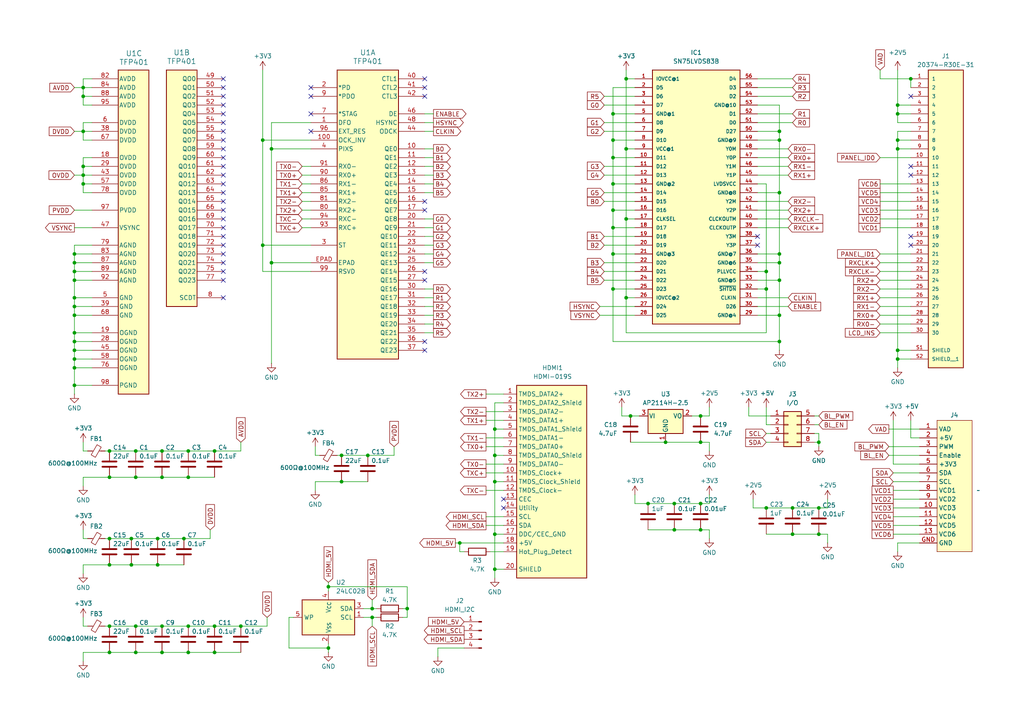
<source format=kicad_sch>
(kicad_sch (version 20231120) (generator "eeschema") (generator_version "8.0")
  (paper "A4")
  (junction (at 237.49 154.94))
  (junction (at 181.61 63.5))
  (junction (at 226.06 76.2))
  (junction (at 62.23 189.23))
  (junction (at 31.75 181.61))
  (junction (at 21.59 106.68))
  (junction (at 195.58 146.05))
  (junction (at 24.13 38.1))
  (junction (at 95.25 170.18))
  (junction (at 39.37 181.61))
  (junction (at 62.23 130.81))
  (junction (at 177.8 53.34))
  (junction (at 177.8 40.64))
  (junction (at 46.99 189.23))
  (junction (at 133.35 157.48))
  (junction (at 222.25 83.82))
  (junction (at 54.61 138.43))
  (junction (at 203.2 120.65))
  (junction (at 24.13 50.8))
  (junction (at 21.59 96.52))
  (junction (at 143.51 132.08))
  (junction (at 39.37 130.81))
  (junction (at 177.8 33.02))
  (junction (at 46.99 138.43))
  (junction (at 177.8 45.72))
  (junction (at 31.75 130.81))
  (junction (at 260.35 101.6))
  (junction (at 237.49 147.32))
  (junction (at 226.06 99.06))
  (junction (at 260.35 43.18))
  (junction (at 21.59 101.6))
  (junction (at 21.59 88.9))
  (junction (at 21.59 111.76))
  (junction (at 24.13 25.4))
  (junction (at 78.74 43.18))
  (junction (at 260.35 30.48))
  (junction (at 107.95 179.07))
  (junction (at 38.1 163.83))
  (junction (at 107.95 176.53))
  (junction (at 31.75 163.83))
  (junction (at 54.61 130.81))
  (junction (at 177.8 83.82))
  (junction (at 260.35 104.14))
  (junction (at 226.06 91.44))
  (junction (at 226.06 81.28))
  (junction (at 78.74 76.2))
  (junction (at 31.75 189.23))
  (junction (at 177.8 60.96))
  (junction (at 21.59 99.06))
  (junction (at 31.75 156.21))
  (junction (at 143.51 165.1))
  (junction (at 143.51 124.46))
  (junction (at 182.88 120.65))
  (junction (at 39.37 189.23))
  (junction (at 45.72 163.83))
  (junction (at 62.23 181.61))
  (junction (at 226.06 40.64))
  (junction (at 21.59 91.44))
  (junction (at 193.04 128.27))
  (junction (at 118.11 176.53))
  (junction (at 229.87 147.32))
  (junction (at 177.8 73.66))
  (junction (at 203.2 128.27))
  (junction (at 203.2 146.05))
  (junction (at 53.34 156.21))
  (junction (at 195.58 153.67))
  (junction (at 21.59 73.66))
  (junction (at 38.1 156.21))
  (junction (at 54.61 189.23))
  (junction (at 21.59 104.14))
  (junction (at 260.35 40.64))
  (junction (at 222.25 147.32))
  (junction (at 21.59 81.28))
  (junction (at 46.99 130.81))
  (junction (at 45.72 156.21))
  (junction (at 21.59 78.74))
  (junction (at 229.87 154.94))
  (junction (at 106.68 132.08))
  (junction (at 39.37 138.43))
  (junction (at 54.61 181.61))
  (junction (at 46.99 181.61))
  (junction (at 177.8 66.04))
  (junction (at 187.96 146.05))
  (junction (at 260.35 33.02))
  (junction (at 76.2 71.12))
  (junction (at 69.85 181.61))
  (junction (at 226.06 73.66))
  (junction (at 181.61 43.18))
  (junction (at 222.25 78.74))
  (junction (at 24.13 53.34))
  (junction (at 181.61 86.36))
  (junction (at 21.59 86.36))
  (junction (at 31.75 138.43))
  (junction (at 143.51 139.7))
  (junction (at 24.13 48.26))
  (junction (at 24.13 27.94))
  (junction (at 21.59 76.2))
  (junction (at 237.49 128.27))
  (junction (at 76.2 40.64))
  (junction (at 99.06 139.7))
  (junction (at 95.25 187.96))
  (junction (at 226.06 38.1))
  (junction (at 99.06 132.08))
  (junction (at 203.2 153.67))
  (junction (at 226.06 55.88))
  (junction (at 143.51 154.94))
  (junction (at 181.61 22.86))
  (junction (at 264.16 22.86))
  (no_connect (at 64.77 68.58))
  (no_connect (at 64.77 27.94))
  (no_connect (at 123.19 60.96))
  (no_connect (at 90.17 27.94))
  (no_connect (at 219.71 68.58))
  (no_connect (at 64.77 63.5))
  (no_connect (at 123.19 101.6))
  (no_connect (at 146.05 147.32))
  (no_connect (at 264.16 68.58))
  (no_connect (at 90.17 38.1))
  (no_connect (at 264.16 27.94))
  (no_connect (at 64.77 66.04))
  (no_connect (at 64.77 53.34))
  (no_connect (at 64.77 22.86))
  (no_connect (at 123.19 22.86))
  (no_connect (at 264.16 50.8))
  (no_connect (at 64.77 48.26))
  (no_connect (at 64.77 50.8))
  (no_connect (at 123.19 99.06))
  (no_connect (at 264.16 71.12))
  (no_connect (at 123.19 27.94))
  (no_connect (at 64.77 25.4))
  (no_connect (at 64.77 45.72))
  (no_connect (at 64.77 33.02))
  (no_connect (at 264.16 48.26))
  (no_connect (at 123.19 25.4))
  (no_connect (at 64.77 38.1))
  (no_connect (at 64.77 73.66))
  (no_connect (at 123.19 58.42))
  (no_connect (at 64.77 86.36))
  (no_connect (at 64.77 76.2))
  (no_connect (at 64.77 40.64))
  (no_connect (at 90.17 25.4))
  (no_connect (at 64.77 60.96))
  (no_connect (at 64.77 35.56))
  (no_connect (at 64.77 81.28))
  (no_connect (at 64.77 71.12))
  (no_connect (at 64.77 30.48))
  (no_connect (at 146.05 144.78))
  (no_connect (at 123.19 81.28))
  (no_connect (at 64.77 78.74))
  (no_connect (at 64.77 55.88))
  (no_connect (at 90.17 33.02))
  (no_connect (at 123.19 78.74))
  (no_connect (at 64.77 58.42))
  (no_connect (at 64.77 43.18))
  (no_connect (at 219.71 71.12))
  (wire (pts (xy 177.8 60.96) (xy 184.15 60.96)))
  (wire (pts (xy 87.63 55.88) (xy 90.17 55.88)))
  (wire (pts (xy 182.88 128.27) (xy 193.04 128.27)))
  (wire (pts (xy 87.63 50.8) (xy 90.17 50.8)))
  (wire (pts (xy 257.81 124.46) (xy 266.7 124.46)))
  (wire (pts (xy 87.63 58.42) (xy 90.17 58.42)))
  (wire (pts (xy 31.75 181.61) (xy 30.48 181.61)))
  (wire (pts (xy 181.61 86.36) (xy 181.61 96.52)))
  (wire (pts (xy 143.51 165.1) (xy 143.51 154.94)))
  (wire (pts (xy 205.74 120.65) (xy 205.74 118.11)))
  (wire (pts (xy 31.75 156.21) (xy 30.48 156.21)))
  (wire (pts (xy 226.06 40.64) (xy 226.06 55.88)))
  (wire (pts (xy 223.52 120.65) (xy 217.17 120.65)))
  (wire (pts (xy 182.88 120.65) (xy 185.42 120.65)))
  (wire (pts (xy 237.49 128.27) (xy 236.22 128.27)))
  (wire (pts (xy 260.35 38.1) (xy 260.35 40.64)))
  (wire (pts (xy 181.61 43.18) (xy 181.61 63.5)))
  (wire (pts (xy 24.13 48.26) (xy 26.67 48.26)))
  (wire (pts (xy 203.2 120.65) (xy 205.74 120.65)))
  (wire (pts (xy 107.95 181.61) (xy 107.95 179.07)))
  (wire (pts (xy 26.67 53.34) (xy 24.13 53.34)))
  (wire (pts (xy 21.59 91.44) (xy 26.67 91.44)))
  (wire (pts (xy 180.34 120.65) (xy 182.88 120.65)))
  (wire (pts (xy 78.74 105.41) (xy 78.74 76.2)))
  (wire (pts (xy 54.61 181.61) (xy 62.23 181.61)))
  (wire (pts (xy 175.26 27.94) (xy 184.15 27.94)))
  (wire (pts (xy 219.71 78.74) (xy 222.25 78.74)))
  (wire (pts (xy 21.59 76.2) (xy 21.59 78.74)))
  (wire (pts (xy 222.25 78.74) (xy 222.25 83.82)))
  (wire (pts (xy 255.27 86.36) (xy 264.16 86.36)))
  (wire (pts (xy 76.2 78.74) (xy 76.2 71.12)))
  (wire (pts (xy 21.59 101.6) (xy 26.67 101.6)))
  (wire (pts (xy 219.71 91.44) (xy 226.06 91.44)))
  (wire (pts (xy 219.71 40.64) (xy 226.06 40.64)))
  (wire (pts (xy 222.25 125.73) (xy 223.52 125.73)))
  (wire (pts (xy 39.37 130.81) (xy 46.99 130.81)))
  (wire (pts (xy 54.61 130.81) (xy 62.23 130.81)))
  (wire (pts (xy 255.27 66.04) (xy 264.16 66.04)))
  (wire (pts (xy 21.59 91.44) (xy 21.59 96.52)))
  (wire (pts (xy 21.59 50.8) (xy 24.13 50.8)))
  (wire (pts (xy 24.13 22.86) (xy 26.67 22.86)))
  (wire (pts (xy 77.47 181.61) (xy 69.85 181.61)))
  (wire (pts (xy 91.44 139.7) (xy 99.06 139.7)))
  (wire (pts (xy 255.27 22.86) (xy 264.16 22.86)))
  (wire (pts (xy 125.73 83.82) (xy 123.19 83.82)))
  (wire (pts (xy 222.25 128.27) (xy 223.52 128.27)))
  (wire (pts (xy 219.71 35.56) (xy 229.87 35.56)))
  (wire (pts (xy 24.13 163.83) (xy 31.75 163.83)))
  (wire (pts (xy 76.2 71.12) (xy 90.17 71.12)))
  (wire (pts (xy 259.08 142.24) (xy 266.7 142.24)))
  (wire (pts (xy 219.71 50.8) (xy 228.6 50.8)))
  (wire (pts (xy 184.15 146.05) (xy 187.96 146.05)))
  (wire (pts (xy 116.84 179.07) (xy 118.11 179.07)))
  (wire (pts (xy 187.96 146.05) (xy 195.58 146.05)))
  (wire (pts (xy 125.73 96.52) (xy 123.19 96.52)))
  (wire (pts (xy 255.27 96.52) (xy 264.16 96.52)))
  (wire (pts (xy 226.06 30.48) (xy 226.06 38.1)))
  (wire (pts (xy 38.1 156.21) (xy 45.72 156.21)))
  (wire (pts (xy 175.26 30.48) (xy 184.15 30.48)))
  (wire (pts (xy 69.85 181.61) (xy 62.23 181.61)))
  (wire (pts (xy 219.71 33.02) (xy 229.87 33.02)))
  (wire (pts (xy 260.35 104.14) (xy 264.16 104.14)))
  (wire (pts (xy 125.73 86.36) (xy 123.19 86.36)))
  (wire (pts (xy 259.08 154.94) (xy 266.7 154.94)))
  (wire (pts (xy 78.74 76.2) (xy 90.17 76.2)))
  (wire (pts (xy 21.59 81.28) (xy 21.59 86.36)))
  (wire (pts (xy 31.75 138.43) (xy 39.37 138.43)))
  (wire (pts (xy 118.11 170.18) (xy 95.25 170.18)))
  (wire (pts (xy 237.49 120.65) (xy 236.22 120.65)))
  (wire (pts (xy 260.35 106.68) (xy 260.35 104.14)))
  (wire (pts (xy 21.59 73.66) (xy 21.59 76.2)))
  (wire (pts (xy 21.59 71.12) (xy 26.67 71.12)))
  (wire (pts (xy 21.59 96.52) (xy 26.67 96.52)))
  (wire (pts (xy 219.71 25.4) (xy 229.87 25.4)))
  (wire (pts (xy 175.26 38.1) (xy 184.15 38.1)))
  (wire (pts (xy 226.06 101.6) (xy 226.06 99.06)))
  (wire (pts (xy 240.03 144.78) (xy 240.03 147.32)))
  (wire (pts (xy 105.41 179.07) (xy 107.95 179.07)))
  (wire (pts (xy 205.74 153.67) (xy 203.2 153.67)))
  (wire (pts (xy 219.71 81.28) (xy 226.06 81.28)))
  (wire (pts (xy 255.27 45.72) (xy 264.16 45.72)))
  (wire (pts (xy 26.67 50.8) (xy 24.13 50.8)))
  (wire (pts (xy 24.13 181.61) (xy 24.13 179.07)))
  (wire (pts (xy 21.59 78.74) (xy 26.67 78.74)))
  (wire (pts (xy 259.08 121.92) (xy 259.08 134.62)))
  (wire (pts (xy 83.82 187.96) (xy 95.25 187.96)))
  (wire (pts (xy 24.13 30.48) (xy 24.13 27.94)))
  (wire (pts (xy 205.74 156.21) (xy 205.74 153.67)))
  (wire (pts (xy 140.97 134.62) (xy 146.05 134.62)))
  (wire (pts (xy 54.61 189.23) (xy 62.23 189.23)))
  (wire (pts (xy 140.97 149.86) (xy 146.05 149.86)))
  (wire (pts (xy 260.35 101.6) (xy 260.35 104.14)))
  (wire (pts (xy 127 187.96) (xy 134.62 187.96)))
  (wire (pts (xy 226.06 76.2) (xy 226.06 81.28)))
  (wire (pts (xy 255.27 63.5) (xy 264.16 63.5)))
  (wire (pts (xy 177.8 73.66) (xy 184.15 73.66)))
  (wire (pts (xy 140.97 137.16) (xy 146.05 137.16)))
  (wire (pts (xy 45.72 156.21) (xy 53.34 156.21)))
  (wire (pts (xy 217.17 120.65) (xy 217.17 118.11)))
  (wire (pts (xy 116.84 176.53) (xy 118.11 176.53)))
  (wire (pts (xy 125.73 76.2) (xy 123.19 76.2)))
  (wire (pts (xy 21.59 25.4) (xy 24.13 25.4)))
  (wire (pts (xy 76.2 40.64) (xy 76.2 20.32)))
  (wire (pts (xy 140.97 129.54) (xy 146.05 129.54)))
  (wire (pts (xy 140.97 142.24) (xy 146.05 142.24)))
  (wire (pts (xy 226.06 55.88) (xy 226.06 73.66)))
  (wire (pts (xy 24.13 35.56) (xy 26.67 35.56)))
  (wire (pts (xy 21.59 104.14) (xy 26.67 104.14)))
  (wire (pts (xy 77.47 179.07) (xy 77.47 181.61)))
  (wire (pts (xy 264.16 33.02) (xy 260.35 33.02)))
  (wire (pts (xy 184.15 146.05) (xy 184.15 143.51)))
  (wire (pts (xy 177.8 25.4) (xy 177.8 33.02)))
  (wire (pts (xy 193.04 128.27) (xy 203.2 128.27)))
  (wire (pts (xy 260.35 20.32) (xy 260.35 30.48)))
  (wire (pts (xy 222.25 147.32) (xy 218.44 147.32)))
  (wire (pts (xy 257.81 132.08) (xy 266.7 132.08)))
  (wire (pts (xy 87.63 53.34) (xy 90.17 53.34)))
  (wire (pts (xy 222.25 53.34) (xy 222.25 78.74)))
  (wire (pts (xy 24.13 45.72) (xy 24.13 48.26)))
  (wire (pts (xy 219.71 30.48) (xy 226.06 30.48)))
  (wire (pts (xy 62.23 130.81) (xy 69.85 130.81)))
  (wire (pts (xy 255.27 53.34) (xy 264.16 53.34)))
  (wire (pts (xy 177.8 99.06) (xy 226.06 99.06)))
  (wire (pts (xy 26.67 40.64) (xy 24.13 40.64)))
  (wire (pts (xy 21.59 60.96) (xy 26.67 60.96)))
  (wire (pts (xy 177.8 83.82) (xy 177.8 99.06)))
  (wire (pts (xy 24.13 156.21) (xy 24.13 153.67)))
  (wire (pts (xy 175.26 78.74) (xy 184.15 78.74)))
  (wire (pts (xy 105.41 176.53) (xy 107.95 176.53)))
  (wire (pts (xy 259.08 137.16) (xy 266.7 137.16)))
  (wire (pts (xy 226.06 38.1) (xy 226.06 40.64)))
  (wire (pts (xy 21.59 88.9) (xy 21.59 91.44)))
  (wire (pts (xy 21.59 38.1) (xy 24.13 38.1)))
  (wire (pts (xy 143.51 167.64) (xy 143.51 165.1)))
  (wire (pts (xy 181.61 63.5) (xy 181.61 86.36)))
  (wire (pts (xy 187.96 153.67) (xy 195.58 153.67)))
  (wire (pts (xy 255.27 20.32) (xy 255.27 22.86)))
  (wire (pts (xy 184.15 25.4) (xy 177.8 25.4)))
  (wire (pts (xy 218.44 147.32) (xy 218.44 144.78)))
  (wire (pts (xy 24.13 189.23) (xy 31.75 189.23)))
  (wire (pts (xy 99.06 132.08) (xy 97.79 132.08)))
  (wire (pts (xy 175.26 58.42) (xy 184.15 58.42)))
  (wire (pts (xy 125.73 73.66) (xy 123.19 73.66)))
  (wire (pts (xy 195.58 146.05) (xy 203.2 146.05)))
  (wire (pts (xy 31.75 130.81) (xy 30.48 130.81)))
  (wire (pts (xy 21.59 76.2) (xy 26.67 76.2)))
  (wire (pts (xy 31.75 163.83) (xy 38.1 163.83)))
  (wire (pts (xy 260.35 40.64) (xy 264.16 40.64)))
  (wire (pts (xy 184.15 33.02) (xy 177.8 33.02)))
  (wire (pts (xy 260.35 30.48) (xy 260.35 33.02)))
  (wire (pts (xy 21.59 96.52) (xy 21.59 99.06)))
  (wire (pts (xy 205.74 143.51) (xy 205.74 146.05)))
  (wire (pts (xy 118.11 176.53) (xy 118.11 179.07)))
  (wire (pts (xy 205.74 146.05) (xy 203.2 146.05)))
  (wire (pts (xy 219.71 76.2) (xy 226.06 76.2)))
  (wire (pts (xy 26.67 30.48) (xy 24.13 30.48)))
  (wire (pts (xy 125.73 66.04) (xy 123.19 66.04)))
  (wire (pts (xy 21.59 101.6) (xy 21.59 104.14)))
  (wire (pts (xy 257.81 129.54) (xy 266.7 129.54)))
  (wire (pts (xy 226.06 73.66) (xy 226.06 76.2)))
  (wire (pts (xy 133.35 157.48) (xy 146.05 157.48)))
  (wire (pts (xy 76.2 40.64) (xy 90.17 40.64)))
  (wire (pts (xy 24.13 50.8) (xy 24.13 48.26)))
  (wire (pts (xy 24.13 40.64) (xy 24.13 38.1)))
  (wire (pts (xy 78.74 35.56) (xy 78.74 43.18)))
  (wire (pts (xy 69.85 130.81) (xy 69.85 128.27)))
  (wire (pts (xy 181.61 20.32) (xy 181.61 22.86)))
  (wire (pts (xy 146.05 139.7) (xy 143.51 139.7)))
  (wire (pts (xy 219.71 58.42) (xy 228.6 58.42)))
  (wire (pts (xy 259.08 134.62) (xy 266.7 134.62)))
  (wire (pts (xy 140.97 152.4) (xy 146.05 152.4)))
  (wire (pts (xy 24.13 55.88) (xy 24.13 53.34)))
  (wire (pts (xy 177.8 40.64) (xy 177.8 45.72)))
  (wire (pts (xy 146.05 154.94) (xy 143.51 154.94)))
  (wire (pts (xy 46.99 130.81) (xy 54.61 130.81)))
  (wire (pts (xy 31.75 156.21) (xy 38.1 156.21)))
  (wire (pts (xy 143.51 154.94) (xy 143.51 139.7)))
  (wire (pts (xy 260.35 157.48) (xy 260.35 160.02)))
  (wire (pts (xy 125.73 93.98) (xy 123.19 93.98)))
  (wire (pts (xy 177.8 73.66) (xy 177.8 83.82)))
  (wire (pts (xy 177.8 66.04) (xy 177.8 73.66)))
  (wire (pts (xy 125.73 35.56) (xy 123.19 35.56)))
  (wire (pts (xy 177.8 45.72) (xy 177.8 53.34)))
  (wire (pts (xy 255.27 81.28) (xy 264.16 81.28)))
  (wire (pts (xy 255.27 76.2) (xy 264.16 76.2)))
  (wire (pts (xy 60.96 153.67) (xy 60.96 156.21)))
  (wire (pts (xy 26.67 45.72) (xy 24.13 45.72)))
  (wire (pts (xy 83.82 179.07) (xy 83.82 187.96)))
  (wire (pts (xy 229.87 154.94) (xy 237.49 154.94)))
  (wire (pts (xy 181.61 22.86) (xy 181.61 43.18)))
  (wire (pts (xy 91.44 142.24) (xy 91.44 139.7)))
  (wire (pts (xy 125.73 63.5) (xy 123.19 63.5)))
  (wire (pts (xy 177.8 40.64) (xy 184.15 40.64)))
  (wire (pts (xy 237.49 129.54) (xy 237.49 128.27)))
  (wire (pts (xy 95.25 168.91) (xy 95.25 170.18)))
  (wire (pts (xy 31.75 181.61) (xy 39.37 181.61)))
  (wire (pts (xy 175.26 81.28) (xy 184.15 81.28)))
  (wire (pts (xy 21.59 78.74) (xy 21.59 81.28)))
  (wire (pts (xy 259.08 149.86) (xy 266.7 149.86)))
  (wire (pts (xy 39.37 189.23) (xy 46.99 189.23)))
  (wire (pts (xy 255.27 78.74) (xy 264.16 78.74)))
  (wire (pts (xy 95.25 170.18) (xy 95.25 171.45)))
  (wire (pts (xy 91.44 132.08) (xy 91.44 129.54)))
  (wire (pts (xy 260.35 30.48) (xy 264.16 30.48)))
  (wire (pts (xy 240.03 154.94) (xy 237.49 154.94)))
  (wire (pts (xy 132.08 157.48) (xy 133.35 157.48)))
  (wire (pts (xy 219.71 27.94) (xy 229.87 27.94)))
  (wire (pts (xy 26.67 27.94) (xy 24.13 27.94)))
  (wire (pts (xy 219.71 45.72) (xy 228.6 45.72)))
  (wire (pts (xy 24.13 25.4) (xy 26.67 25.4)))
  (wire (pts (xy 222.25 154.94) (xy 229.87 154.94)))
  (wire (pts (xy 87.63 63.5) (xy 90.17 63.5)))
  (wire (pts (xy 205.74 128.27) (xy 205.74 130.81)))
  (wire (pts (xy 106.68 132.08) (xy 114.3 132.08)))
  (wire (pts (xy 255.27 58.42) (xy 264.16 58.42)))
  (wire (pts (xy 62.23 189.23) (xy 69.85 189.23)))
  (wire (pts (xy 24.13 27.94) (xy 24.13 25.4)))
  (wire (pts (xy 45.72 163.83) (xy 53.34 163.83)))
  (wire (pts (xy 31.75 189.23) (xy 39.37 189.23)))
  (wire (pts (xy 125.73 45.72) (xy 123.19 45.72)))
  (wire (pts (xy 90.17 35.56) (xy 78.74 35.56)))
  (wire (pts (xy 260.35 43.18) (xy 260.35 101.6)))
  (wire (pts (xy 175.26 48.26) (xy 184.15 48.26)))
  (wire (pts (xy 181.61 63.5) (xy 184.15 63.5)))
  (wire (pts (xy 219.71 55.88) (xy 226.06 55.88)))
  (wire (pts (xy 25.4 181.61) (xy 24.13 181.61)))
  (wire (pts (xy 177.8 60.96) (xy 177.8 66.04)))
  (wire (pts (xy 125.73 38.1) (xy 123.19 38.1)))
  (wire (pts (xy 219.71 43.18) (xy 228.6 43.18)))
  (wire (pts (xy 127 190.5) (xy 127 187.96)))
  (wire (pts (xy 95.25 186.69) (xy 95.25 187.96)))
  (wire (pts (xy 46.99 138.43) (xy 54.61 138.43)))
  (wire (pts (xy 118.11 170.18) (xy 118.11 176.53)))
  (wire (pts (xy 219.71 63.5) (xy 228.6 63.5)))
  (wire (pts (xy 222.25 118.11) (xy 222.25 123.19)))
  (wire (pts (xy 78.74 43.18) (xy 78.74 76.2)))
  (wire (pts (xy 125.73 55.88) (xy 123.19 55.88)))
  (wire (pts (xy 38.1 163.83) (xy 45.72 163.83)))
  (wire (pts (xy 142.24 160.02) (xy 146.05 160.02)))
  (wire (pts (xy 24.13 191.77) (xy 24.13 189.23)))
  (wire (pts (xy 21.59 73.66) (xy 26.67 73.66)))
  (wire (pts (xy 125.73 53.34) (xy 123.19 53.34)))
  (wire (pts (xy 31.75 130.81) (xy 39.37 130.81)))
  (wire (pts (xy 219.71 86.36) (xy 228.6 86.36)))
  (wire (pts (xy 219.71 83.82) (xy 222.25 83.82)))
  (wire (pts (xy 60.96 156.21) (xy 53.34 156.21)))
  (wire (pts (xy 125.73 68.58) (xy 123.19 68.58)))
  (wire (pts (xy 24.13 138.43) (xy 31.75 138.43)))
  (wire (pts (xy 21.59 86.36) (xy 21.59 88.9)))
  (wire (pts (xy 255.27 83.82) (xy 264.16 83.82)))
  (wire (pts (xy 264.16 38.1) (xy 260.35 38.1)))
  (wire (pts (xy 46.99 181.61) (xy 54.61 181.61)))
  (wire (pts (xy 236.22 125.73) (xy 237.49 125.73)))
  (wire (pts (xy 125.73 71.12) (xy 123.19 71.12)))
  (wire (pts (xy 21.59 111.76) (xy 26.67 111.76)))
  (wire (pts (xy 146.05 132.08) (xy 143.51 132.08)))
  (wire (pts (xy 21.59 104.14) (xy 21.59 106.68)))
  (wire (pts (xy 21.59 86.36) (xy 26.67 86.36)))
  (wire (pts (xy 140.97 121.92) (xy 146.05 121.92)))
  (wire (pts (xy 90.17 43.18) (xy 78.74 43.18)))
  (wire (pts (xy 259.08 144.78) (xy 266.7 144.78)))
  (wire (pts (xy 21.59 66.04) (xy 26.67 66.04)))
  (wire (pts (xy 21.59 106.68) (xy 21.59 111.76)))
  (wire (pts (xy 140.97 119.38) (xy 146.05 119.38)))
  (wire (pts (xy 21.59 99.06) (xy 21.59 101.6)))
  (wire (pts (xy 184.15 66.04) (xy 177.8 66.04)))
  (wire (pts (xy 219.71 53.34) (xy 222.25 53.34)))
  (wire (pts (xy 107.95 173.99) (xy 107.95 176.53)))
  (wire (pts (xy 26.67 55.88) (xy 24.13 55.88)))
  (wire (pts (xy 255.27 60.96) (xy 264.16 60.96)))
  (wire (pts (xy 177.8 53.34) (xy 184.15 53.34)))
  (wire (pts (xy 99.06 132.08) (xy 106.68 132.08)))
  (wire (pts (xy 24.13 140.97) (xy 24.13 138.43)))
  (wire (pts (xy 21.59 99.06) (xy 26.67 99.06)))
  (wire (pts (xy 143.51 139.7) (xy 143.51 132.08)))
  (wire (pts (xy 255.27 88.9) (xy 264.16 88.9)))
  (wire (pts (xy 255.27 93.98) (xy 264.16 93.98)))
  (wire (pts (xy 143.51 132.08) (xy 143.51 124.46)))
  (wire (pts (xy 175.26 35.56) (xy 184.15 35.56)))
  (wire (pts (xy 54.61 138.43) (xy 62.23 138.43)))
  (wire (pts (xy 134.62 160.02) (xy 133.35 160.02)))
  (wire (pts (xy 237.49 125.73) (xy 237.49 128.27)))
  (wire (pts (xy 195.58 153.67) (xy 203.2 153.67)))
  (wire (pts (xy 266.7 157.48) (xy 260.35 157.48)))
  (wire (pts (xy 219.71 22.86) (xy 229.87 22.86)))
  (wire (pts (xy 125.73 48.26) (xy 123.19 48.26)))
  (wire (pts (xy 219.71 88.9) (xy 228.6 88.9)))
  (wire (pts (xy 143.51 116.84) (xy 143.51 124.46)))
  (wire (pts (xy 46.99 189.23) (xy 54.61 189.23)))
  (wire (pts (xy 25.4 156.21) (xy 24.13 156.21)))
  (wire (pts (xy 175.26 71.12) (xy 184.15 71.12)))
  (wire (pts (xy 181.61 43.18) (xy 184.15 43.18)))
  (wire (pts (xy 184.15 45.72) (xy 177.8 45.72)))
  (wire (pts (xy 125.73 33.02) (xy 123.19 33.02)))
  (wire (pts (xy 264.16 121.92) (xy 264.16 127)))
  (wire (pts (xy 219.71 66.04) (xy 228.6 66.04)))
  (wire (pts (xy 114.3 129.54) (xy 114.3 132.08)))
  (wire (pts (xy 219.71 73.66) (xy 226.06 73.66)))
  (wire (pts (xy 24.13 25.4) (xy 24.13 22.86)))
  (wire (pts (xy 219.71 48.26) (xy 228.6 48.26)))
  (wire (pts (xy 260.35 43.18) (xy 264.16 43.18)))
  (wire (pts (xy 181.61 22.86) (xy 184.15 22.86)))
  (wire (pts (xy 24.13 53.34) (xy 24.13 50.8)))
  (wire (pts (xy 226.06 81.28) (xy 226.06 91.44)))
  (wire (pts (xy 219.71 38.1) (xy 226.06 38.1)))
  (wire (pts (xy 175.26 50.8) (xy 184.15 50.8)))
  (wire (pts (xy 260.35 40.64) (xy 260.35 43.18)))
  (wire (pts (xy 181.61 86.36) (xy 184.15 86.36)))
  (wire (pts (xy 92.71 132.08) (xy 91.44 132.08)))
  (wire (pts (xy 264.16 101.6) (xy 260.35 101.6)))
  (wire (pts (xy 222.25 96.52) (xy 181.61 96.52)))
  (wire (pts (xy 95.25 187.96) (xy 95.25 189.23)))
  (wire (pts (xy 222.25 83.82) (xy 222.25 96.52)))
  (wire (pts (xy 255.27 73.66) (xy 264.16 73.66)))
  (wire (pts (xy 85.09 179.07) (xy 83.82 179.07)))
  (wire (pts (xy 264.16 22.86) (xy 264.16 25.4)))
  (wire (pts (xy 180.34 118.11) (xy 180.34 120.65)))
  (wire (pts (xy 260.35 33.02) (xy 260.35 35.56)))
  (wire (pts (xy 90.17 78.74) (xy 76.2 78.74)))
  (wire (pts (xy 107.95 176.53) (xy 109.22 176.53)))
  (wire (pts (xy 175.26 76.2) (xy 184.15 76.2)))
  (wire (pts (xy 200.66 120.65) (xy 203.2 120.65)))
  (wire (pts (xy 173.99 88.9) (xy 184.15 88.9)))
  (wire (pts (xy 21.59 81.28) (xy 26.67 81.28)))
  (wire (pts (xy 140.97 127) (xy 146.05 127)))
  (wire (pts (xy 21.59 88.9) (xy 26.67 88.9)))
  (wire (pts (xy 24.13 130.81) (xy 25.4 130.81)))
  (wire (pts (xy 203.2 128.27) (xy 205.74 128.27)))
  (wire (pts (xy 125.73 50.8) (xy 123.19 50.8)))
  (wire (pts (xy 125.73 88.9) (xy 123.19 88.9)))
  (wire (pts (xy 140.97 114.3) (xy 146.05 114.3)))
  (wire (pts (xy 264.16 35.56) (xy 260.35 35.56)))
  (wire (pts (xy 177.8 83.82) (xy 184.15 83.82)))
  (wire (pts (xy 222.25 147.32) (xy 229.87 147.32)))
  (wire (pts (xy 125.73 91.44) (xy 123.19 91.44)))
  (wire (pts (xy 237.49 123.19) (xy 236.22 123.19)))
  (wire (pts (xy 21.59 106.68) (xy 26.67 106.68)))
  (wire (pts (xy 21.59 71.12) (xy 21.59 73.66)))
  (wire (pts (xy 39.37 138.43) (xy 46.99 138.43)))
  (wire (pts (xy 26.67 38.1) (xy 24.13 38.1)))
  (wire (pts (xy 99.06 139.7) (xy 106.68 139.7)))
  (wire (pts (xy 222.25 123.19) (xy 223.52 123.19)))
  (wire (pts (xy 24.13 166.37) (xy 24.13 163.83)))
  (wire (pts (xy 24.13 35.56) (xy 24.13 38.1)))
  (wire (pts (xy 255.27 91.44) (xy 264.16 91.44)))
  (wire (pts (xy 229.87 147.32) (xy 237.49 147.32)))
  (wire (pts (xy 133.35 160.02) (xy 133.35 157.48)))
  (wire (pts (xy 107.95 179.07) (xy 109.22 179.07)))
  (wire (pts (xy 259.08 147.32) (xy 266.7 147.32)))
  (wire (pts (xy 87.63 60.96) (xy 90.17 60.96)))
  (wire (pts (xy 259.08 152.4) (xy 266.7 152.4)))
  (wire (pts (xy 24.13 130.81) (xy 24.13 128.27)))
  (wire (pts (xy 240.03 157.48) (xy 240.03 154.94)))
  (wire (pts (xy 175.26 55.88) (xy 184.15 55.88)))
  (wire (pts (xy 146.05 116.84) (xy 143.51 116.84)))
  (wire (pts (xy 125.73 43.18) (xy 123.19 43.18)))
  (wire (pts (xy 146.05 165.1) (xy 143.51 165.1)))
  (wire (pts (xy 240.03 147.32) (xy 237.49 147.32)))
  (wire (pts (xy 173.99 91.44) (xy 184.15 91.44)))
  (wire (pts (xy 219.71 60.96) (xy 228.6 60.96)))
  (wire (pts (xy 226.06 91.44) (xy 226.06 99.06)))
  (wire (pts (xy 177.8 53.34) (xy 177.8 60.96)))
  (wire (pts (xy 21.59 111.76) (xy 21.59 114.3)))
  (wire (pts (xy 76.2 71.12) (xy 76.2 40.64)))
  (wire (pts (xy 264.16 127) (xy 266.7 127)))
  (wire (pts (xy 255.27 55.88) (xy 264.16 55.88)))
  (wire (pts (xy 175.26 68.58) (xy 184.15 68.58)))
  (wire (pts (xy 259.08 139.7) (xy 266.7 139.7)))
  (wire (pts (xy 87.63 66.04) (xy 90.17 66.04)))
  (wire (pts (xy 143.51 124.46) (xy 146.05 124.46)))
  (wire (pts (xy 39.37 181.61) (xy 46.99 181.61)))
  (wire (pts (xy 177.8 33.02) (xy 177.8 40.64)))
  (wire (pts (xy 87.63 48.26) (xy 90.17 48.26)))
  (global_label "B2" (shape input) (at 175.26 71.12 180) (property "Intersheetrefs" "${INTERSHEET_REFS}" (effects (hide yes))))
  (global_label "TX0-" (shape output) (at 140.97 134.62 180) (property "Intersheetrefs" "${INTERSHEET_REFS}" (effects (hide yes))))
  (global_label "TX1+" (shape output) (at 140.97 121.92 180) (property "Intersheetrefs" "${INTERSHEET_REFS}" (effects (hide yes))))
  (global_label "TXC+" (shape input) (at 87.63 66.04 180) (property "Intersheetrefs" "${INTERSHEET_REFS}" (effects (hide yes))))
  (global_label "TX0+" (shape output) (at 140.97 129.54 180) (property "Intersheetrefs" "${INTERSHEET_REFS}" (effects (hide yes))))
  (global_label "HDMI_5V" (shape output) (at 132.08 157.48 180) (property "Intersheetrefs" "${INTERSHEET_REFS}" (effects (hide yes))))
  (global_label "B4" (shape input) (at 175.26 78.74 180) (property "Intersheetrefs" "${INTERSHEET_REFS}" (effects (hide yes))))
  (global_label "G2" (shape output) (at 125.73 68.58 0) (property "Intersheetrefs" "${INTERSHEET_REFS}" (effects (hide yes))))
  (global_label "RX2+" (shape input) (at 255.27 81.28 180) (property "Intersheetrefs" "${INTERSHEET_REFS}" (effects (hide yes))))
  (global_label "G2" (shape input) (at 175.26 38.1 180) (property "Intersheetrefs" "${INTERSHEET_REFS}" (effects (hide yes))))
  (global_label "TX2+" (shape output) (at 140.97 114.3 180) (property "Intersheetrefs" "${INTERSHEET_REFS}" (effects (hide yes))))
  (global_label "DVDD" (shape input) (at 21.59 38.1 180) (property "Intersheetrefs" "${INTERSHEET_REFS}" (effects (hide yes))))
  (global_label "RXCLK+" (shape input) (at 228.6 66.04 0) (property "Intersheetrefs" "${INTERSHEET_REFS}" (effects (hide yes))))
  (global_label "HDMI_5V" (shape input) (at 134.62 180.34 180) (property "Intersheetrefs" "${INTERSHEET_REFS}" (effects (hide yes))))
  (global_label "BL_PWM" (shape input) (at 237.49 120.65 0) (property "Intersheetrefs" "${INTERSHEET_REFS}" (effects (hide yes))))
  (global_label "G1" (shape output) (at 125.73 66.04 0) (property "Intersheetrefs" "${INTERSHEET_REFS}" (effects (hide yes))))
  (global_label "G5" (shape input) (at 175.26 55.88 180) (property "Intersheetrefs" "${INTERSHEET_REFS}" (effects (hide yes))))
  (global_label "B5" (shape output) (at 125.73 55.88 0) (property "Intersheetrefs" "${INTERSHEET_REFS}" (effects (hide yes))))
  (global_label "TX0-" (shape input) (at 87.63 48.26 180) (property "Intersheetrefs" "${INTERSHEET_REFS}" (effects (hide yes))))
  (global_label "VCD1" (shape passive) (at 255.27 66.04 180) (property "Intersheetrefs" "${INTERSHEET_REFS}" (effects (hide yes))))
  (global_label "ENABLE" (shape output) (at 125.73 33.02 0) (property "Intersheetrefs" "${INTERSHEET_REFS}" (effects (hide yes))))
  (global_label "VCD5" (shape passive) (at 259.08 152.4 180) (property "Intersheetrefs" "${INTERSHEET_REFS}" (effects (hide yes))))
  (global_label "DVDD" (shape input) (at 60.96 153.67 90) (property "Intersheetrefs" "${INTERSHEET_REFS}" (effects (hide yes))))
  (global_label "RX1-" (shape input) (at 255.27 88.9 180) (property "Intersheetrefs" "${INTERSHEET_REFS}" (effects (hide yes))))
  (global_label "RX0-" (shape input) (at 228.6 43.18 0) (property "Intersheetrefs" "${INTERSHEET_REFS}" (effects (hide yes))))
  (global_label "VAD" (shape input) (at 255.27 20.32 90) (property "Intersheetrefs" "${INTERSHEET_REFS}" (effects (hide yes))))
  (global_label "TX2+" (shape input) (at 87.63 60.96 180) (property "Intersheetrefs" "${INTERSHEET_REFS}" (effects (hide yes))))
  (global_label "CLKIN" (shape input) (at 228.6 86.36 0) (property "Intersheetrefs" "${INTERSHEET_REFS}" (effects (hide yes))))
  (global_label "HDMI_5V" (shape input) (at 95.25 168.91 90) (property "Intersheetrefs" "${INTERSHEET_REFS}" (effects (hide yes))))
  (global_label "RXCLK-" (shape input) (at 228.6 63.5 0) (property "Intersheetrefs" "${INTERSHEET_REFS}" (effects (hide yes))))
  (global_label "R0" (shape input) (at 229.87 35.56 0) (property "Intersheetrefs" "${INTERSHEET_REFS}" (effects (hide yes))))
  (global_label "TXC-" (shape input) (at 87.63 63.5 180) (property "Intersheetrefs" "${INTERSHEET_REFS}" (effects (hide yes))))
  (global_label "TX0+" (shape input) (at 87.63 50.8 180) (property "Intersheetrefs" "${INTERSHEET_REFS}" (effects (hide yes))))
  (global_label "TXC-" (shape output) (at 140.97 142.24 180) (property "Intersheetrefs" "${INTERSHEET_REFS}" (effects (hide yes))))
  (global_label "R4" (shape input) (at 229.87 22.86 0) (property "Intersheetrefs" "${INTERSHEET_REFS}" (effects (hide yes))))
  (global_label "VCD6" (shape passive) (at 255.27 53.34 180) (property "Intersheetrefs" "${INTERSHEET_REFS}" (effects (hide yes))))
  (global_label "R1" (shape output) (at 125.73 86.36 0) (property "Intersheetrefs" "${INTERSHEET_REFS}" (effects (hide yes))))
  (global_label "HDMI_SCL" (shape output) (at 140.97 149.86 180) (property "Intersheetrefs" "${INTERSHEET_REFS}" (effects (hide yes))))
  (global_label "CLKIN" (shape output) (at 125.73 38.1 0) (property "Intersheetrefs" "${INTERSHEET_REFS}" (effects (hide yes))))
  (global_label "R5" (shape output) (at 125.73 96.52 0) (property "Intersheetrefs" "${INTERSHEET_REFS}" (effects (hide yes))))
  (global_label "OVDD" (shape input) (at 21.59 50.8 180) (property "Intersheetrefs" "${INTERSHEET_REFS}" (effects (hide yes))))
  (global_label "PVDD" (shape input) (at 21.59 60.96 180) (property "Intersheetrefs" "${INTERSHEET_REFS}" (effects (hide yes))))
  (global_label "B3" (shape input) (at 175.26 76.2 180) (property "Intersheetrefs" "${INTERSHEET_REFS}" (effects (hide yes))))
  (global_label "RX1-" (shape input) (at 228.6 48.26 0) (property "Intersheetrefs" "${INTERSHEET_REFS}" (effects (hide yes))))
  (global_label "R5" (shape input) (at 175.26 27.94 180) (property "Intersheetrefs" "${INTERSHEET_REFS}" (effects (hide yes))))
  (global_label "BL_EN" (shape input) (at 257.81 132.08 180) (property "Intersheetrefs" "${INTERSHEET_REFS}" (effects (hide yes))))
  (global_label "R2" (shape output) (at 125.73 88.9 0) (property "Intersheetrefs" "${INTERSHEET_REFS}" (effects (hide yes))))
  (global_label "PVDD" (shape input) (at 114.3 129.54 90) (property "Intersheetrefs" "${INTERSHEET_REFS}" (effects (hide yes))))
  (global_label "TX1+" (shape input) (at 87.63 55.88 180) (property "Intersheetrefs" "${INTERSHEET_REFS}" (effects (hide yes))))
  (global_label "R1" (shape input) (at 229.87 33.02 0) (property "Intersheetrefs" "${INTERSHEET_REFS}" (effects (hide yes))))
  (global_label "R0" (shape output) (at 125.73 83.82 0) (property "Intersheetrefs" "${INTERSHEET_REFS}" (effects (hide yes))))
  (global_label "VCD4" (shape passive) (at 259.08 149.86 180) (property "Intersheetrefs" "${INTERSHEET_REFS}" (effects (hide yes))))
  (global_label "ENABLE" (shape input) (at 228.6 88.9 0) (property "Intersheetrefs" "${INTERSHEET_REFS}" (effects (hide yes))))
  (global_label "R3" (shape output) (at 125.73 91.44 0) (property "Intersheetrefs" "${INTERSHEET_REFS}" (effects (hide yes))))
  (global_label "R3" (shape input) (at 229.87 25.4 0) (property "Intersheetrefs" "${INTERSHEET_REFS}" (effects (hide yes))))
  (global_label "G5" (shape output) (at 125.73 76.2 0) (property "Intersheetrefs" "${INTERSHEET_REFS}" (effects (hide yes))))
  (global_label "SDA" (shape input) (at 259.08 137.16 180) (property "Intersheetrefs" "${INTERSHEET_REFS}" (effects (hide yes))))
  (global_label "B4" (shape output) (at 125.73 53.34 0) (property "Intersheetrefs" "${INTERSHEET_REFS}" (effects (hide yes))))
  (global_label "VSYNC" (shape output) (at 21.59 66.04 180) (property "Intersheetrefs" "${INTERSHEET_REFS}" (effects (hide yes))))
  (global_label "TXC+" (shape output) (at 140.97 137.16 180) (property "Intersheetrefs" "${INTERSHEET_REFS}" (effects (hide yes))))
  (global_label "TX2-" (shape output) (at 140.97 119.38 180) (property "Intersheetrefs" "${INTERSHEET_REFS}" (effects (hide yes))))
  (global_label "HDMI_SDA" (shape output) (at 140.97 152.4 180) (property "Intersheetrefs" "${INTERSHEET_REFS}" (effects (hide yes))))
  (global_label "VCD3" (shape passive) (at 259.08 147.32 180) (property "Intersheetrefs" "${INTERSHEET_REFS}" (effects (hide yes))))
  (global_label "G4" (shape output) (at 125.73 73.66 0) (property "Intersheetrefs" "${INTERSHEET_REFS}" (effects (hide yes))))
  (global_label "VCD2" (shape passive) (at 259.08 144.78 180) (property "Intersheetrefs" "${INTERSHEET_REFS}" (effects (hide yes))))
  (global_label "G4" (shape input) (at 175.26 50.8 180) (property "Intersheetrefs" "${INTERSHEET_REFS}" (effects (hide yes))))
  (global_label "HDMI_SCL" (shape input) (at 107.95 181.61 270) (property "Intersheetrefs" "${INTERSHEET_REFS}" (effects (hide yes))))
  (global_label "B3" (shape output) (at 125.73 50.8 0) (property "Intersheetrefs" "${INTERSHEET_REFS}" (effects (hide yes))))
  (global_label "BL_PWM" (shape input) (at 257.81 129.54 180) (property "Intersheetrefs" "${INTERSHEET_REFS}" (effects (hide yes))))
  (global_label "RX2-" (shape input) (at 228.6 58.42 0) (property "Intersheetrefs" "${INTERSHEET_REFS}" (effects (hide yes))))
  (global_label "RXCLK-" (shape input) (at 255.27 78.74 180) (property "Intersheetrefs" "${INTERSHEET_REFS}" (effects (hide yes))))
  (global_label "TX1-" (shape input) (at 87.63 53.34 180) (property "Intersheetrefs" "${INTERSHEET_REFS}" (effects (hide yes))))
  (global_label "R4" (shape output) (at 125.73 93.98 0) (property "Intersheetrefs" "${INTERSHEET_REFS}" (effects (hide yes))))
  (global_label "HDMI_SDA" (shape input) (at 107.95 173.99 90) (property "Intersheetrefs" "${INTERSHEET_REFS}" (effects (hide yes))))
  (global_label "G3" (shape input) (at 175.26 48.26 180) (property "Intersheetrefs" "${INTERSHEET_REFS}" (effects (hide yes))))
  (global_label "B1" (shape output) (at 125.73 45.72 0) (property "Intersheetrefs" "${INTERSHEET_REFS}" (effects (hide yes))))
  (global_label "VAD" (shape output) (at 257.81 124.46 180) (property "Intersheetrefs" "${INTERSHEET_REFS}" (effects (hide yes))))
  (global_label "HSYNC" (shape input) (at 173.99 88.9 180) (property "Intersheetrefs" "${INTERSHEET_REFS}" (effects (hide yes))))
  (global_label "RX0+" (shape input) (at 228.6 45.72 0) (property "Intersheetrefs" "${INTERSHEET_REFS}" (effects (hide yes))))
  (global_label "B5" (shape input) (at 175.26 81.28 180) (property "Intersheetrefs" "${INTERSHEET_REFS}" (effects (hide yes))))
  (global_label "B1" (shape input) (at 175.26 68.58 180) (property "Intersheetrefs" "${INTERSHEET_REFS}" (effects (hide yes))))
  (global_label "VCD4" (shape passive) (at 255.27 58.42 180) (property "Intersheetrefs" "${INTERSHEET_REFS}" (effects (hide yes))))
  (global_label "VSYNC" (shape input) (at 173.99 91.44 180) (property "Intersheetrefs" "${INTERSHEET_REFS}" (effects (hide yes))))
  (global_label "RXCLK+" (shape input) (at 255.27 76.2 180) (property "Intersheetrefs" "${INTERSHEET_REFS}" (effects (hide yes))))
  (global_label "VCD2" (shape passive) (at 255.27 63.5 180) (property "Intersheetrefs" "${INTERSHEET_REFS}" (effects (hide yes))))
  (global_label "TX2-" (shape input) (at 87.63 58.42 180) (property "Intersheetrefs" "${INTERSHEET_REFS}" (effects (hide yes))))
  (global_label "B2" (shape output) (at 125.73 48.26 0) (property "Intersheetrefs" "${INTERSHEET_REFS}" (effects (hide yes))))
  (global_label "BL_EN" (shape input) (at 237.49 123.19 0) (property "Intersheetrefs" "${INTERSHEET_REFS}" (effects (hide yes))))
  (global_label "RX1+" (shape input) (at 255.27 86.36 180) (property "Intersheetrefs" "${INTERSHEET_REFS}" (effects (hide yes))))
  (global_label "TX1-" (shape output) (at 140.97 127 180) (property "Intersheetrefs" "${INTERSHEET_REFS}" (effects (hide yes))))
  (global_label "G1" (shape input) (at 175.26 35.56 180) (property "Intersheetrefs" "${INTERSHEET_REFS}" (effects (hide yes))))
  (global_label "VCD1" (shape passive) (at 259.08 142.24 180) (property "Intersheetrefs" "${INTERSHEET_REFS}" (effects (hide yes))))
  (global_label "RX0+" (shape input) (at 255.27 91.44 180) (property "Intersheetrefs" "${INTERSHEET_REFS}" (effects (hide yes))))
  (global_label "RX2+" (shape input) (at 228.6 60.96 0) (property "Intersheetrefs" "${INTERSHEET_REFS}" (effects (hide yes))))
  (global_label "VCD3" (shape passive) (at 255.27 60.96 180) (property "Intersheetrefs" "${INTERSHEET_REFS}" (effects (hide yes))))
  (global_label "VCD5" (shape passive) (at 255.27 55.88 180) (property "Intersheetrefs" "${INTERSHEET_REFS}" (effects (hide yes))))
  (global_label "OVDD" (shape input) (at 77.47 179.07 90) (property "Intersheetrefs" "${INTERSHEET_REFS}" (effects (hide yes))))
  (global_label "R2" (shape input) (at 229.87 27.94 0) (property "Intersheetrefs" "${INTERSHEET_REFS}" (effects (hide yes))))
  (global_label "G3" (shape output) (at 125.73 71.12 0) (property "Intersheetrefs" "${INTERSHEET_REFS}" (effects (hide yes))))
  (global_label "G0" (shape output) (at 125.73 63.5 0) (property "Intersheetrefs" "${INTERSHEET_REFS}" (effects (hide yes))))
  (global_label "HSYNC" (shape output) (at 125.73 35.56 0) (property "Intersheetrefs" "${INTERSHEET_REFS}" (effects (hide yes))))
  (global_label "SDA" (shape input) (at 222.25 128.27 180) (property "Intersheetrefs" "${INTERSHEET_REFS}" (effects (hide yes))))
  (global_label "PANEL_ID1" (shape input) (at 255.27 73.66 180) (property "Intersheetrefs" "${INTERSHEET_REFS}" (effects (hide yes))))
  (global_label "HDMI_SCL" (shape output) (at 134.62 182.88 180) (property "Intersheetrefs" "${INTERSHEET_REFS}" (effects (hide yes))))
  (global_label "HDMI_SDA" (shape output) (at 134.62 185.42 180) (property "Intersheetrefs" "${INTERSHEET_REFS}" (effects (hide yes))))
  (global_label "G0" (shape input) (at 175.26 30.48 180) (property "Intersheetrefs" "${INTERSHEET_REFS}" (effects (hide yes))))
  (global_label "SCL" (shape input) (at 222.25 125.73 180) (property "Intersheetrefs" "${INTERSHEET_REFS}" (effects (hide yes))))
  (global_label "VCD6" (shape passive) (at 259.08 154.94 180) (property "Intersheetrefs" "${INTERSHEET_REFS}" (effects (hide yes))))
  (global_label "SCL" (shape input) (at 259.08 139.7 180) (property "Intersheetrefs" "${INTERSHEET_REFS}" (effects (hide yes))))
  (global_label "AVDD" (shape input) (at 69.85 128.27 90) (property "Intersheetrefs" "${INTERSHEET_REFS}" (effects (hide yes))))
  (global_label "PANEL_ID0" (shape input) (at 255.27 45.72 180) (property "Intersheetrefs" "${INTERSHEET_REFS}" (effects (hide yes))))
  (global_label "B0" (shape input) (at 175.26 58.42 180) (property "Intersheetrefs" "${INTERSHEET_REFS}" (effects (hide yes))))
  (global_label "RX1+" (shape input) (at 228.6 50.8 0) (property "Intersheetrefs" "${INTERSHEET_REFS}" (effects (hide yes))))
  (global_label "AVDD" (shape input) (at 21.59 25.4 180) (property "Intersheetrefs" "${INTERSHEET_REFS}" (effects (hide yes))))
  (global_label "B0" (shape output) (at 125.73 43.18 0) (property "Intersheetrefs" "${INTERSHEET_REFS}" (effects (hide yes))))
  (global_label "LCD_INS" (shape input) (at 255.27 96.52 180) (property "Intersheetrefs" "${INTERSHEET_REFS}" (effects (hide yes))))
  (global_label "RX0-" (shape input) (at 255.27 93.98 180) (property "Intersheetrefs" "${INTERSHEET_REFS}" (effects (hide yes))))
  (global_label "RX2-" (shape input) (at 255.27 83.82 180) (property "Intersheetrefs" "${INTERSHEET_REFS}" (effects (hide yes))))
  (symbol (lib_id "power:+3V3") (at 24.13 128.27 0) (unit 1)
    (property "Reference" "#PWR01" (effects (hide yes)))
    (property "Value" "+3V3" (at 24.13 124.206 0))
  )
  (symbol (lib_id "power:+3V3") (at 180.34 118.11 0) (unit 1)
    (property "Reference" "#PWR011" (effects (hide yes)))
    (property "Value" "+3V3" (at 180.34 114.046 0))
  )
  (symbol (lib_id "U-C-19DD-W-1:U-C-19DD-W-1") (at 160.02 137.16 0) (unit 1)
    (property "Reference" "HDMI1" (at 160.274 106.68 0))
    (property "Value" "HDMI-019S" (at 160.274 109.22 0))
    (property "Footprint" "HDMI_SMD:HDMI-SMD_HDMI-019S" (effects (hide yes)))
    (property "Datasheet" "https://www.lcsc.com/datasheet/lcsc_datasheet_2009111836_SOFNG-HDMI-019S_C111617.pdf" (effects (hide yes)))
  )
  (symbol (lib_id "Device:R") (at 113.03 176.53 270) (unit 1)
    (property "Reference" "R1" (at 113.03 171.45 90))
    (property "Value" "4.7K" (at 113.03 173.99 90))
    (property "Footprint" "Resistor_SMD:R_0603_1608Metric_Pad0.98x0.95mm_HandSolder" (effects (hide yes)))
    (property "Description" "Resistor" (effects (hide yes)))
  )
  (symbol (lib_id "Device:C") (at 182.88 124.46 0) (unit 1)
    (property "Reference" "C18" (at 179.07 123.1899 0) (effects (justify right)))
    (property "Value" "4.7uF" (at 179.07 125.7299 0) (effects (justify right)))
    (property "Footprint" "Capacitor_SMD:C_0603_1608Metric_Pad1.08x0.95mm_HandSolder" (effects (hide yes)))
  )
  (symbol (lib_id "power:GND") (at 226.06 101.6 0) (unit 1)
    (property "Reference" "#PWR016" (effects (hide yes)))
    (property "Value" "GND" (at 226.06 105.664 0))
    (property "Description" "Power symbol creates a global label with name \"GND\" , ground" (effects (hide yes)))
  )
  (symbol (lib_id "Device:C") (at 229.87 151.13 0) (unit 1)
    (property "Reference" "C24" (at 230.886 146.304 0) (effects (justify left)))
    (property "Value" "0.1uF" (at 230.886 148.844 0) (effects (justify left)))
    (property "Footprint" "Capacitor_SMD:C_0603_1608Metric_Pad1.08x0.95mm_HandSolder" (effects (hide yes)))
  )
  (symbol (lib_id "Connector_Generic:Conn_02x04_Top_Bottom") (at 228.6 123.19 0) (unit 1)
    (property "Reference" "J3" (at 229.87 114.3 0))
    (property "Value" "I/O" (at 229.87 116.84 0))
    (property "Footprint" "Connector_PinHeader_2.54mm:PinHeader_2x04_P2.54mm_Vertical" (effects (hide yes)))
    (property "Description" "Generic connector, double row, 02x04, top/bottom pin numbering scheme (row 1: 1...pins_per_row, row2: pins_per_row+1 ... num_pins), script generated (kicad-library-utils/schlib/autogen/connector/)" (effects (hide yes)))
  )
  (symbol (lib_id "Device:C") (at 203.2 124.46 0) (unit 1)
    (property "Reference" "C19" (at 207.01 123.1899 0) (effects (justify left)))
    (property "Value" "4.7uF" (at 207.01 125.7299 0) (effects (justify left)))
    (property "Footprint" "Capacitor_SMD:C_0603_1608Metric_Pad1.08x0.95mm_HandSolder" (effects (hide yes)))
  )
  (symbol (lib_id "power:GND") (at 24.13 191.77 0) (unit 1)
    (property "Reference" "#PWR06" (effects (hide yes)))
    (property "Value" "GND" (at 24.13 195.834 0))
    (property "Description" "Power symbol creates a global label with name \"GND\" , ground" (effects (hide yes)))
  )
  (symbol (lib_id "power:+2V5") (at 240.03 144.78 0) (unit 1)
    (property "Reference" "#PWR013" (effects (hide yes)))
    (property "Value" "+2V5" (at 240.03 140.716 0))
  )
  (symbol (lib_id "power:GND") (at 240.03 157.48 0) (unit 1)
    (property "Reference" "#PWR025" (effects (hide yes)))
    (property "Value" "GND" (at 240.03 161.544 0))
    (property "Description" "Power symbol creates a global label with name \"GND\" , ground" (effects (hide yes)))
  )
  (symbol (lib_id "Device:C") (at 106.68 135.89 0) (unit 1)
    (property "Reference" "C13" (at 107.696 131.064 0) (effects (justify left)))
    (property "Value" "0.1uF" (at 107.696 133.604 0) (effects (justify left)))
    (property "Footprint" "Capacitor_SMD:C_0603_1608Metric_Pad1.08x0.95mm_HandSolder" (effects (hide yes)))
    (property "Description" "Unpolarized capacitor" (effects (hide yes)))
  )
  (symbol (lib_id "Device:C") (at 38.1 160.02 0) (unit 1)
    (property "Reference" "C5" (at 39.116 155.194 0) (effects (justify left)))
    (property "Value" "0.1uF" (at 39.116 157.734 0) (effects (justify left)))
    (property "Footprint" "Capacitor_SMD:C_0603_1608Metric_Pad1.08x0.95mm_HandSolder" (effects (hide yes)))
    (property "Description" "Unpolarized capacitor" (effects (hide yes)))
  )
  (symbol (lib_id "Device:C") (at 46.99 134.62 0) (unit 1)
    (property "Reference" "C2" (at 48.006 129.794 0) (effects (justify left)))
    (property "Value" "0.1uF" (at 48.006 132.334 0) (effects (justify left)))
    (property "Footprint" "Capacitor_SMD:C_0603_1608Metric_Pad1.08x0.95mm_HandSolder" (effects (hide yes)))
    (property "Description" "Unpolarized capacitor" (effects (hide yes)))
  )
  (symbol (lib_id "power:GND") (at 143.51 167.64 0) (unit 1)
    (property "Reference" "#PWR019" (effects (hide yes)))
    (property "Value" "GND" (at 143.51 171.704 0))
    (property "Description" "Power symbol creates a global label with name \"GND\" , ground" (effects (hide yes)))
  )
  (symbol (lib_id "TFP401:TFP401") (at 90.17 25.4 0) (unit 1)
    (property "Reference" "U1" (at 106.68 15.24 0) (effects (font (size 1.524 1.524))))
    (property "Value" "TFP401" (at 106.68 17.78 0) (effects (font (size 1.524 1.524))))
    (property "Footprint" "TFP401:TFP401" (effects (hide yes)))
    (property "Datasheet" "https://www.ti.com/lit/ds/symlink/tfp401.pdf" (effects (hide yes)))
  )
  (symbol (lib_id "koyomi_bl_test_driver:koyomi_bl_test_driver") (at 276.86 120.65 0) (unit 1)
    (property "Reference" "J4" (at 275.59 120.396 0) (effects (justify left)))
    (property "Value" "~" (at 283.21 142.24 0) (effects (justify left)))
    (property "Footprint" "koyomi_bl_test_driver:koyomi_bl_test_driver" (effects (hide yes)))
  )
  (symbol (lib_id "SN75LVDS83B:SN75LVDS83B") (at 201.93 58.42 0) (unit 1)
    (property "Reference" "IC1" (at 201.93 15.24 0))
    (property "Value" "SN75LVDS83B" (at 201.93 17.78 0))
    (property "Footprint" "SN75LVDS83B:TSSOP56" (effects (hide yes)))
    (property "Description" "\n5/0 Driver LVDS 56-BGA MICROSTAR JUNIOR (7.0x4.5)\n" (effects (hide yes)))
    (property "MF" "Texas Instruments" (effects (hide yes)))
    (property "Package" "TFSOP-56 Texas Instruments" (effects (hide yes)))
    (property "Price" "None" (effects (hide yes)))
    (property "SnapEDA_Link" "https://www.snapeda.com/parts/SN75LVDS83B/Texas+Instruments/view-part/?ref=snap" (effects (hide yes)))
    (property "MP" "SN75LVDS83B" (effects (hide yes)))
    (property "DIGIKEY" "296-24529-6-ND" (effects (hide yes)))
    (property "Availability" "Not in stock" (effects (hide yes)))
    (property "Check_prices" "https://www.snapeda.com/parts/SN75LVDS83B/Texas+Instruments/view-part/?ref=eda" (effects (hide yes)))
  )
  (symbol (lib_id "Device:C") (at 187.96 149.86 0) (unit 1)
    (property "Reference" "C20" (at 188.976 145.034 0) (effects (justify left)))
    (property "Value" "1uF" (at 188.976 147.574 0) (effects (justify left)))
    (property "Footprint" "Capacitor_SMD:C_0603_1608Metric_Pad1.08x0.95mm_HandSolder" (effects (hide yes)))
  )
  (symbol (lib_id "Memory_EEPROM:24AA02-OT") (at 95.25 179.07 0) (unit 1)
    (property "Reference" "U2" (at 97.4441 168.91 0) (effects (justify left)))
    (property "Value" "24LC02B" (at 97.4441 171.45 0) (effects (justify left)))
    (property "Footprint" "Package_TO_SOT_SMD:SOT-23-5_HandSoldering" (effects (hide yes)))
    (property "Datasheet" "http://ww1.microchip.com/downloads/en/DeviceDoc/21709J.pdf" (effects (hide yes)))
    (property "Description" "I2C Serial EEPROM, 2Kb, SOT-23" (effects (hide yes)))
  )
  (symbol (lib_id "Device:FerriteBead_Small") (at 27.94 130.81 90) (unit 1)
    (property "Reference" "FB1" (at 27.94 127.254 90))
    (property "Value" "600Ω@100MHz" (at 21.082 134.366 90))
    (property "Footprint" "Inductor_SMD:L_0603_1608Metric_Pad1.05x0.95mm_HandSolder" (effects (hide yes)))
    (property "Description" "Ferrite bead, small symbol" (effects (hide yes)))
  )
  (symbol (lib_id "20374-R30E-31:20374-R30E-31") (at 274.32 60.96 0) (unit 1)
    (property "Reference" "J1" (at 274.32 16.256 0))
    (property "Value" "20374-R30E-31" (at 274.32 18.796 0))
    (property "Footprint" "20374-R30E-31:I-PEX_20374-R30E-31" (effects (hide yes)))
    (property "Description" "\n30 POS Right Angle SMD 0.4 mm pitch vertical mating type micro-coaxial connector with friction lock CABLINE SS Receptacle\n" (effects (hide yes)))
    (property "MF" "I-PEX" (effects (hide yes)))
    (property "Package" "None" (effects (hide yes)))
    (property "Price" "None" (effects (hide yes)))
    (property "Check_prices" "https://www.snapeda.com/parts/20374-R30E-31/I-PEX/view-part/?ref=eda" (effects (hide yes)))
    (property "STANDARD" "Manufacturer Recommendation" (effects (hide yes)))
    (property "PARTREV" "24" (effects (hide yes)))
    (property "SnapEDA_Link" "https://www.snapeda.com/parts/20374-R30E-31/I-PEX/view-part/?ref=snap" (effects (hide yes)))
    (property "MP" "20374-R30E-31" (effects (hide yes)))
    (property "Availability" "In Stock" (effects (hide yes)))
    (property "MANUFACTURER" "I-PEX" (effects (hide yes)))
  )
  (symbol (lib_id "Device:FerriteBead_Small") (at 95.25 132.08 90) (unit 1)
    (property "Reference" "FB4" (at 95.25 128.524 90))
    (property "Value" "600Ω@100MHz" (at 88.392 135.636 90))
    (property "Footprint" "Inductor_SMD:L_0603_1608Metric_Pad1.05x0.95mm_HandSolder" (effects (hide yes)))
    (property "Description" "Ferrite bead, small symbol" (effects (hide yes)))
  )
  (symbol (lib_id "power:+5V") (at 264.16 121.92 0) (unit 1)
    (property "Reference" "#PWR034" (effects (hide yes)))
    (property "Value" "+5V" (at 264.414 117.856 0))
    (property "Description" "Power symbol creates a global label with name \"+5V\"" (effects (hide yes)))
  )
  (symbol (lib_id "Device:C") (at 46.99 185.42 0) (unit 1)
    (property "Reference" "C9" (at 48.006 180.594 0) (effects (justify left)))
    (property "Value" "0.1uF" (at 48.006 183.134 0) (effects (justify left)))
    (property "Footprint" "Capacitor_SMD:C_0603_1608Metric_Pad1.08x0.95mm_HandSolder" (effects (hide yes)))
    (property "Description" "Unpolarized capacitor" (effects (hide yes)))
  )
  (symbol (lib_id "power:+3V3") (at 205.74 143.51 0) (unit 1)
    (property "Reference" "#PWR022" (effects (hide yes)))
    (property "Value" "+3V3" (at 205.74 139.446 0))
  )
  (symbol (lib_id "Device:C") (at 62.23 185.42 0) (unit 1)
    (property "Reference" "C11" (at 63.246 180.594 0) (effects (justify left)))
    (property "Value" "0.1uF" (at 63.246 183.134 0) (effects (justify left)))
    (property "Footprint" "Capacitor_SMD:C_0603_1608Metric_Pad1.08x0.95mm_HandSolder" (effects (hide yes)))
    (property "Description" "Unpolarized capacitor" (effects (hide yes)))
  )
  (symbol (lib_id "power:+3V3") (at 24.13 179.07 0) (unit 1)
    (property "Reference" "#PWR02" (effects (hide yes)))
    (property "Value" "+3V3" (at 24.13 175.006 0))
  )
  (symbol (lib_id "power:+2V5") (at 205.74 118.11 0) (unit 1)
    (property "Reference" "#PWR020" (effects (hide yes)))
    (property "Value" "+2V5" (at 205.74 114.046 0))
  )
  (symbol (lib_id "Device:C") (at 39.37 134.62 0) (unit 1)
    (property "Reference" "C1" (at 40.386 129.794 0) (effects (justify left)))
    (property "Value" "0.1uF" (at 40.386 132.334 0) (effects (justify left)))
    (property "Footprint" "Capacitor_SMD:C_0603_1608Metric_Pad1.08x0.95mm_HandSolder" (effects (hide yes)))
    (property "Description" "Unpolarized capacitor" (effects (hide yes)))
  )
  (symbol (lib_id "power:GND") (at 95.25 189.23 0) (unit 1)
    (property "Reference" "#PWR010" (effects (hide yes)))
    (property "Value" "GND" (at 95.25 193.294 0))
    (property "Description" "Power symbol creates a global label with name \"GND\" , ground" (effects (hide yes)))
  )
  (symbol (lib_id "power:+5V") (at 222.25 118.11 0) (unit 1)
    (property "Reference" "#PWR035" (effects (hide yes)))
    (property "Value" "+5V" (at 222.504 114.046 0))
    (property "Description" "Power symbol creates a global label with name \"+5V\"" (effects (hide yes)))
  )
  (symbol (lib_id "power:GND") (at 21.59 114.3 0) (unit 1)
    (property "Reference" "#PWR09" (effects (hide yes)))
    (property "Value" "GND" (at 21.59 118.364 0))
    (property "Description" "Power symbol creates a global label with name \"GND\" , ground" (effects (hide yes)))
  )
  (symbol (lib_id "Device:C") (at 195.58 149.86 0) (unit 1)
    (property "Reference" "C21" (at 196.596 145.034 0) (effects (justify left)))
    (property "Value" "0.1uF" (at 196.596 147.574 0) (effects (justify left)))
    (property "Footprint" "Capacitor_SMD:C_0603_1608Metric_Pad1.08x0.95mm_HandSolder" (effects (hide yes)))
  )
  (symbol (lib_id "power:+2V5") (at 218.44 144.78 0) (unit 1)
    (property "Reference" "#PWR024" (effects (hide yes)))
    (property "Value" "+2V5" (at 218.44 140.716 0))
  )
  (symbol (lib_id "power:GND") (at 127 190.5 0) (unit 1)
    (property "Reference" "#PWR027" (effects (hide yes)))
    (property "Value" "GND" (at 127 194.564 0))
    (property "Description" "Power symbol creates a global label with name \"GND\" , ground" (effects (hide yes)))
  )
  (symbol (lib_id "power:+3V3") (at 217.17 118.11 0) (unit 1)
    (property "Reference" "#PWR028" (effects (hide yes)))
    (property "Value" "+3V3" (at 217.17 114.046 0))
  )
  (symbol (lib_id "power:+3V3") (at 91.44 129.54 0) (unit 1)
    (property "Reference" "#PWR04" (effects (hide yes)))
    (property "Value" "+3V3" (at 91.44 125.476 0))
  )
  (symbol (lib_id "power:GND") (at 91.44 142.24 0) (unit 1)
    (property "Reference" "#PWR08" (effects (hide yes)))
    (property "Value" "GND" (at 91.44 146.304 0))
    (property "Description" "Power symbol creates a global label with name \"GND\" , ground" (effects (hide yes)))
  )
  (symbol (lib_id "power:GND") (at 24.13 166.37 0) (unit 1)
    (property "Reference" "#PWR07" (effects (hide yes)))
    (property "Value" "GND" (at 24.13 170.434 0))
    (property "Description" "Power symbol creates a global label with name \"GND\" , ground" (effects (hide yes)))
  )
  (symbol (lib_id "Device:C") (at 53.34 160.02 0) (unit 1)
    (property "Reference" "C7" (at 54.356 155.194 0) (effects (justify left)))
    (property "Value" "0.1uF" (at 54.356 157.734 0) (effects (justify left)))
    (property "Footprint" "Capacitor_SMD:C_0603_1608Metric_Pad1.08x0.95mm_HandSolder" (effects (hide yes)))
    (property "Description" "Unpolarized capacitor" (effects (hide yes)))
  )
  (symbol (lib_id "Device:C") (at 54.61 134.62 0) (unit 1)
    (property "Reference" "C3" (at 55.626 129.794 0) (effects (justify left)))
    (property "Value" "0.1uF" (at 55.626 132.334 0) (effects (justify left)))
    (property "Footprint" "Capacitor_SMD:C_0603_1608Metric_Pad1.08x0.95mm_HandSolder" (effects (hide yes)))
    (property "Description" "Unpolarized capacitor" (effects (hide yes)))
  )
  (symbol (lib_name "TFP401_1") (lib_id "TFP401:TFP401") (at 26.67 22.86 0) (unit 3)
    (property "Reference" "U1" (at 38.862 15.494 0) (effects (font (size 1.524 1.524))))
    (property "Value" "TFP401" (at 38.862 18.034 0) (effects (font (size 1.524 1.524))))
    (property "Footprint" "TFP401:TFP401" (effects (hide yes)))
    (property "Datasheet" "https://www.ti.com/lit/ds/symlink/tfp401.pdf" (effects (hide yes)))
  )
  (symbol (lib_id "power:GND") (at 260.35 106.68 0) (unit 1)
    (property "Reference" "#PWR018" (effects (hide yes)))
    (property "Value" "GND" (at 260.35 110.744 0))
    (property "Description" "Power symbol creates a global label with name \"GND\" , ground" (effects (hide yes)))
  )
  (symbol (lib_id "power:GND") (at 205.74 156.21 0) (unit 1)
    (property "Reference" "#PWR012" (effects (hide yes)))
    (property "Value" "GND" (at 205.74 160.274 0))
    (property "Description" "Power symbol creates a global label with name \"GND\" , ground" (effects (hide yes)))
  )
  (symbol (lib_id "Device:C") (at 31.75 134.62 0) (unit 1)
    (property "Reference" "C14" (at 32.766 129.794 0) (effects (justify left)))
    (property "Value" "22uF" (at 32.766 132.334 0) (effects (justify left)))
    (property "Footprint" "Capacitor_SMD:C_0603_1608Metric_Pad1.08x0.95mm_HandSolder" (effects (hide yes)))
    (property "Description" "Unpolarized capacitor" (effects (hide yes)))
  )
  (symbol (lib_id "Device:C") (at 69.85 185.42 0) (unit 1)
    (property "Reference" "C12" (at 70.866 180.594 0) (effects (justify left)))
    (property "Value" "0.1uF" (at 70.866 183.134 0) (effects (justify left)))
    (property "Footprint" "Capacitor_SMD:C_0603_1608Metric_Pad1.08x0.95mm_HandSolder" (effects (hide yes)))
    (property "Description" "Unpolarized capacitor" (effects (hide yes)))
  )
  (symbol (lib_id "power:+3V3") (at 24.13 153.67 0) (unit 1)
    (property "Reference" "#PWR03" (effects (hide yes)))
    (property "Value" "+3V3" (at 24.13 149.606 0))
  )
  (symbol (lib_id "power:+3V3") (at 259.08 121.92 0) (unit 1)
    (property "Reference" "#PWR031" (effects (hide yes)))
    (property "Value" "+3V3" (at 259.08 117.856 0))
  )
  (symbol (lib_id "Device:R") (at 113.03 179.07 270) (mirror x) (unit 1)
    (property "Reference" "R2" (at 113.03 181.61 90))
    (property "Value" "4.7K" (at 113.03 184.15 90))
    (property "Footprint" "Resistor_SMD:R_0603_1608Metric_Pad0.98x0.95mm_HandSolder" (effects (hide yes)))
    (property "Description" "Resistor" (effects (hide yes)))
  )
  (symbol (lib_id "Device:C") (at 39.37 185.42 0) (unit 1)
    (property "Reference" "C8" (at 40.386 180.594 0) (effects (justify left)))
    (property "Value" "0.1uF" (at 40.386 183.134 0) (effects (justify left)))
    (property "Footprint" "Capacitor_SMD:C_0603_1608Metric_Pad1.08x0.95mm_HandSolder" (effects (hide yes)))
    (property "Description" "Unpolarized capacitor" (effects (hide yes)))
  )
  (symbol (lib_id "Device:C") (at 237.49 151.13 0) (unit 1)
    (property "Reference" "C25" (at 238.506 146.558 0) (effects (justify left)))
    (property "Value" "0.01uF" (at 238.506 149.098 0) (effects (justify left)))
    (property "Footprint" "Capacitor_SMD:C_0603_1608Metric_Pad1.08x0.95mm_HandSolder" (effects (hide yes)))
  )
  (symbol (lib_id "power:+3V3") (at 181.61 20.32 0) (unit 1)
    (property "Reference" "#PWR015" (effects (hide yes)))
    (property "Value" "+3V3" (at 181.61 16.256 0))
  )
  (symbol (lib_id "Device:FerriteBead_Small") (at 27.94 181.61 90) (unit 1)
    (property "Reference" "FB3" (at 27.94 178.054 90))
    (property "Value" "600Ω@100MHz" (at 21.082 185.166 90))
    (property "Footprint" "Inductor_SMD:L_0603_1608Metric_Pad1.05x0.95mm_HandSolder" (effects (hide yes)))
    (property "Description" "Ferrite bead, small symbol" (effects (hide yes)))
  )
  (symbol (lib_id "Device:C") (at 31.75 160.02 0) (unit 1)
    (property "Reference" "C15" (at 32.766 155.194 0) (effects (justify left)))
    (property "Value" "22uF" (at 32.766 157.734 0) (effects (justify left)))
    (property "Footprint" "Capacitor_SMD:C_0603_1608Metric_Pad1.08x0.95mm_HandSolder" (effects (hide yes)))
    (property "Description" "Unpolarized capacitor" (effects (hide yes)))
  )
  (symbol (lib_id "Regulators:AMS1117-2.5") (at 193.04 120.65 0) (unit 1)
    (property "Reference" "U3" (at 193.04 114.3 0))
    (property "Value" "AP2114H-2.5" (at 193.04 116.84 0))
    (property "Footprint" "Package_TO_SOT_SMD:SOT-223-3_TabPin2" (effects (hide yes)))
    (property "Datasheet" "https://www.diodes.com/assets/Datasheets/AP2114.pdf" (effects (hide yes)))
  )
  (symbol (lib_id "Device:C") (at 62.23 134.62 0) (unit 1)
    (property "Reference" "C4" (at 63.246 129.794 0) (effects (justify left)))
    (property "Value" "0.1uF" (at 63.246 132.334 0) (effects (justify left)))
    (property "Footprint" "Capacitor_SMD:C_0603_1608Metric_Pad1.08x0.95mm_HandSolder" (effects (hide yes)))
    (property "Description" "Unpolarized capacitor" (effects (hide yes)))
  )
  (symbol (lib_id "Device:C") (at 31.75 185.42 0) (unit 1)
    (property "Reference" "C16" (at 32.766 180.594 0) (effects (justify left)))
    (property "Value" "22uF" (at 32.766 183.134 0) (effects (justify left)))
    (property "Footprint" "Capacitor_SMD:C_0603_1608Metric_Pad1.08x0.95mm_HandSolder" (effects (hide yes)))
    (property "Description" "Unpolarized capacitor" (effects (hide yes)))
  )
  (symbol (lib_id "power:GND") (at 24.13 140.97 0) (unit 1)
    (property "Reference" "#PWR05" (effects (hide yes)))
    (property "Value" "GND" (at 24.13 145.034 0))
    (property "Description" "Power symbol creates a global label with name \"GND\" , ground" (effects (hide yes)))
  )
  (symbol (lib_name "TFP401_2") (lib_id "TFP401:TFP401") (at 64.77 22.86 0) (unit 2)
    (property "Reference" "U1" (at 52.705 15.24 0) (effects (font (size 1.524 1.524))))
    (property "Value" "TFP401" (at 52.705 17.78 0) (effects (font (size 1.524 1.524))))
    (property "Footprint" "TFP401:TFP401" (effects (hide yes)))
    (property "Datasheet" "https://www.ti.com/lit/ds/symlink/tfp401.pdf" (effects (hide yes)))
  )
  (symbol (lib_id "Device:C") (at 54.61 185.42 0) (unit 1)
    (property "Reference" "C10" (at 55.626 180.594 0) (effects (justify left)))
    (property "Value" "0.1uF" (at 55.626 183.134 0) (effects (justify left)))
    (property "Footprint" "Capacitor_SMD:C_0603_1608Metric_Pad1.08x0.95mm_HandSolder" (effects (hide yes)))
    (property "Description" "Unpolarized capacitor" (effects (hide yes)))
  )
  (symbol (lib_id "Device:R") (at 138.43 160.02 90) (unit 1)
    (property "Reference" "R3" (at 138.43 162.56 90))
    (property "Value" "4.7K" (at 138.43 165.1 90))
    (property "Footprint" "Resistor_SMD:R_0603_1608Metric_Pad0.98x0.95mm_HandSolder" (effects (hide yes)))
    (property "Description" "Resistor" (effects (hide yes)))
  )
  (symbol (lib_id "Device:C") (at 203.2 149.86 0) (unit 1)
    (property "Reference" "C22" (at 204.216 145.034 0) (effects (justify left)))
    (property "Value" "0.01uF" (at 204.216 147.574 0) (effects (justify left)))
    (property "Footprint" "Capacitor_SMD:C_0603_1608Metric_Pad1.08x0.95mm_HandSolder" (effects (hide yes)))
  )
  (symbol (lib_id "Connector:Conn_01x04_Pin") (at 139.7 182.88 0) (mirror y) (unit 1)
    (property "Reference" "J2" (at 133.35 174.244 0))
    (property "Value" "HDMI_I2C" (at 133.35 176.784 0))
    (property "Footprint" "Connector_PinHeader_2.54mm:PinHeader_1x04_P2.54mm_Vertical" (effects (hide yes)))
    (property "Description" "Generic connector, single row, 01x04, script generated" (effects (hide yes)))
  )
  (symbol (lib_id "power:GND") (at 78.74 105.41 0) (unit 1)
    (property "Reference" "#PWR026" (effects (hide yes)))
    (property "Value" "GND" (at 78.74 109.474 0))
    (property "Description" "Power symbol creates a global label with name \"GND\" , ground" (effects (hide yes)))
  )
  (symbol (lib_id "power:GND") (at 237.49 129.54 0) (unit 1)
    (property "Reference" "#PWR029" (effects (hide yes)))
    (property "Value" "GND" (at 237.49 133.604 0))
    (property "Description" "Power symbol creates a global label with name \"GND\" , ground" (effects (hide yes)))
  )
  (symbol (lib_id "Device:C") (at 222.25 151.13 0) (unit 1)
    (property "Reference" "C23" (at 223.266 146.304 0) (effects (justify left)))
    (property "Value" "1uF" (at 223.266 148.844 0) (effects (justify left)))
    (property "Footprint" "Capacitor_SMD:C_0603_1608Metric_Pad1.08x0.95mm_HandSolder" (effects (hide yes)))
  )
  (symbol (lib_id "Device:C") (at 99.06 135.89 0) (unit 1)
    (property "Reference" "C17" (at 100.076 131.064 0) (effects (justify left)))
    (property "Value" "22uF" (at 100.076 133.604 0) (effects (justify left)))
    (property "Footprint" "Capacitor_SMD:C_0603_1608Metric_Pad1.08x0.95mm_HandSolder" (effects (hide yes)))
    (property "Description" "Unpolarized capacitor" (effects (hide yes)))
  )
  (symbol (lib_id "power:GND") (at 260.35 160.02 0) (unit 1)
    (property "Reference" "#PWR030" (effects (hide yes)))
    (property "Value" "GND" (at 260.35 164.084 0))
    (property "Description" "Power symbol creates a global label with name \"GND\" , ground" (effects (hide yes)))
  )
  (symbol (lib_id "power:GND") (at 205.74 130.81 0) (unit 1)
    (property "Reference" "#PWR023" (effects (hide yes)))
    (property "Value" "GND" (at 205.74 134.874 0))
    (property "Description" "Power symbol creates a global label with name \"GND\" , ground" (effects (hide yes)))
  )
  (symbol (lib_id "Device:FerriteBead_Small") (at 27.94 156.21 90) (unit 1)
    (property "Reference" "FB2" (at 27.94 152.654 90))
    (property "Value" "600Ω@100MHz" (at 21.082 159.766 90))
    (property "Footprint" "Inductor_SMD:L_0603_1608Metric_Pad1.05x0.95mm_HandSolder" (effects (hide yes)))
    (property "Description" "Ferrite bead, small symbol" (effects (hide yes)))
  )
  (symbol (lib_id "power:+3V3") (at 76.2 20.32 0) (unit 1)
    (property "Reference" "#PWR021" (effects (hide yes)))
    (property "Value" "+3V3" (at 76.2 16.256 0))
  )
  (symbol (lib_id "power:+3V3") (at 184.15 143.51 0) (unit 1)
    (property "Reference" "#PWR014" (effects (hide yes)))
    (property "Value" "+3V3" (at 184.15 139.446 0))
  )
  (symbol (lib_id "Device:C") (at 45.72 160.02 0) (unit 1)
    (property "Reference" "C6" (at 46.736 155.194 0) (effects (justify left)))
    (property "Value" "0.1uF" (at 46.736 157.734 0) (effects (justify left)))
    (property "Footprint" "Capacitor_SMD:C_0603_1608Metric_Pad1.08x0.95mm_HandSolder" (effects (hide yes)))
    (property "Description" "Unpolarized capacitor" (effects (hide yes)))
  )
  (symbol (lib_id "power:+2V5") (at 260.35 20.32 0) (unit 1)
    (property "Reference" "#PWR017" (effects (hide yes)))
    (property "Value" "+2V5" (at 260.35 15.24 0))
  )
)
</source>
